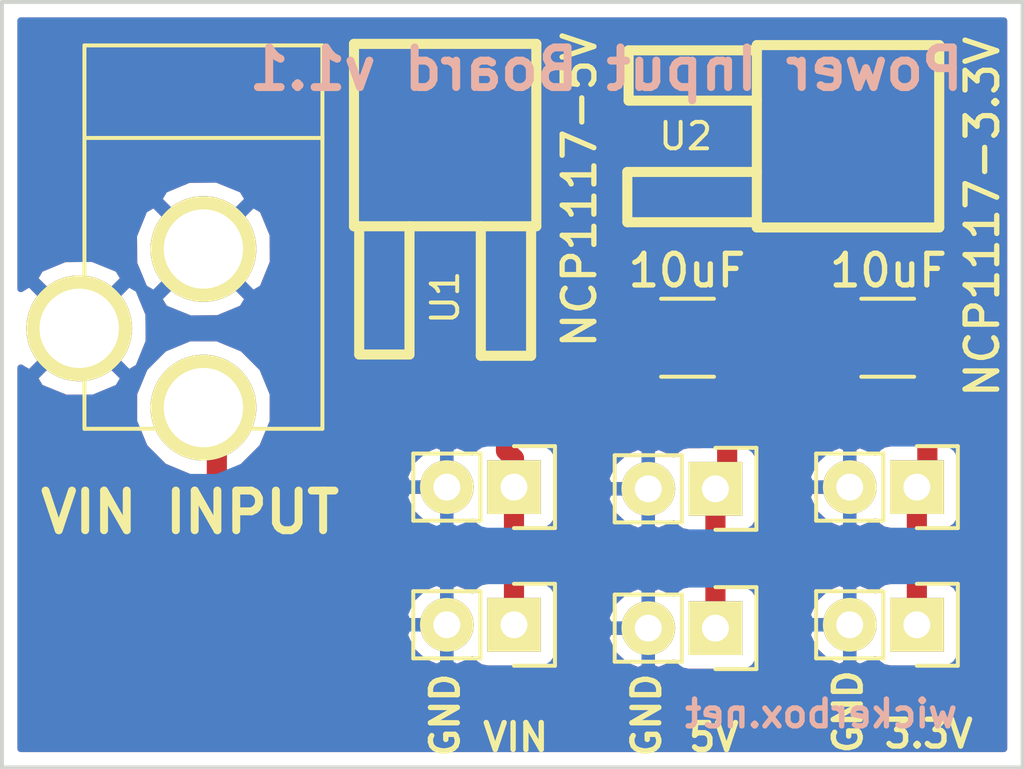
<source format=kicad_pcb>
(kicad_pcb (version 4) (host pcbnew 4.0.1-3.201512221402+6198~38~ubuntu14.04.1-stable)

  (general
    (links 25)
    (no_connects 11)
    (area 107.620999 83.236999 195.910202 129.870202)
    (thickness 1.6)
    (drawings 17)
    (tracks 26)
    (zones 0)
    (modules 11)
    (nets 5)
  )

  (page A4)
  (title_block
    (title "Input Power Board (Surface Mount)")
    (date 2016-07-30)
    (rev v1.1)
    (company "Released under the CERN Open Hardware License v1.2")
    (comment 1 "wickerboxen@gmail.com - http://wickerbox.net")
    (comment 2 "Designed by Jenner Hanni at Wickerbox Electronics")
  )

  (layers
    (0 F.Cu signal)
    (31 B.Cu signal)
    (34 B.Paste user)
    (35 F.Paste user)
    (36 B.SilkS user)
    (37 F.SilkS user)
    (38 B.Mask user)
    (39 F.Mask user)
    (44 Edge.Cuts user)
    (46 B.CrtYd user)
    (47 F.CrtYd user)
    (48 B.Fab user)
    (49 F.Fab user)
  )

  (setup
    (last_trace_width 0.762)
    (user_trace_width 0.1524)
    (user_trace_width 0.254)
    (user_trace_width 0.3302)
    (user_trace_width 0.508)
    (user_trace_width 0.762)
    (trace_clearance 0.254)
    (zone_clearance 0.508)
    (zone_45_only no)
    (trace_min 0.1524)
    (segment_width 0.2)
    (edge_width 0.15)
    (via_size 0.6858)
    (via_drill 0.3302)
    (via_min_size 0.6858)
    (via_min_drill 0.3302)
    (user_via 0.6858 0.3302)
    (user_via 0.762 0.4064)
    (user_via 0.8636 0.508)
    (uvia_size 0.762)
    (uvia_drill 0.508)
    (uvias_allowed no)
    (uvia_min_size 0)
    (uvia_min_drill 0)
    (pcb_text_width 0.3)
    (pcb_text_size 1.5 1.5)
    (mod_edge_width 0.15)
    (mod_text_size 1 1)
    (mod_text_width 0.15)
    (pad_size 3.5052 3.5052)
    (pad_drill 2.9972)
    (pad_to_mask_clearance 0.0762)
    (solder_mask_min_width 0.0762)
    (aux_axis_origin 0 0)
    (grid_origin 148.844 105.664)
    (visible_elements FFFEDF7D)
    (pcbplotparams
      (layerselection 0x3d0fc_80000001)
      (usegerberextensions true)
      (excludeedgelayer true)
      (linewidth 0.100000)
      (plotframeref false)
      (viasonmask false)
      (mode 1)
      (useauxorigin false)
      (hpglpennumber 1)
      (hpglpenspeed 20)
      (hpglpendiameter 15)
      (hpglpenoverlay 2)
      (psnegative false)
      (psa4output false)
      (plotreference true)
      (plotvalue true)
      (plotinvisibletext false)
      (padsonsilk false)
      (subtractmaskfromsilk false)
      (outputformat 1)
      (mirror false)
      (drillshape 0)
      (scaleselection 1)
      (outputdirectory gerbers))
  )

  (net 0 "")
  (net 1 GND)
  (net 2 +5V)
  (net 3 +3V3)
  (net 4 VIN)

  (net_class Default "This is the default net class."
    (clearance 0.254)
    (trace_width 0.1524)
    (via_dia 0.6858)
    (via_drill 0.3302)
    (uvia_dia 0.762)
    (uvia_drill 0.508)
    (add_net +3V3)
    (add_net +5V)
    (add_net GND)
    (add_net VIN)
  )

  (net_class Power ""
    (clearance 0.3302)
    (trace_width 0.508)
    (via_dia 0.762)
    (via_drill 0.4064)
    (uvia_dia 0.762)
    (uvia_drill 0.508)
  )

  (module Wickerlib:CONN-BARREL-JACK-2.5x5.5MM-TH (layer F.Cu) (tedit 579D6489) (tstamp 579D62C9)
    (at 115.316 92.456 270)
    (descr "DC Barrel Jack")
    (tags "Power Jack")
    (path /57315B33)
    (fp_text reference J5 (at 0 0 270) (layer F.Fab)
      (effects (font (size 1 1) (thickness 0.15)))
    )
    (fp_text value BARREL_JACK (at 0 -2.75 270) (layer F.Fab) hide
      (effects (font (size 1 1) (thickness 0.15)))
    )
    (fp_line (start -7.75 7) (end 8.5 7) (layer F.CrtYd) (width 0.05))
    (fp_line (start -7.75 -4.75) (end -7.75 7) (layer F.CrtYd) (width 0.05))
    (fp_line (start 8.5 -4.75) (end -7.75 -4.75) (layer F.CrtYd) (width 0.05))
    (fp_line (start 8.5 7) (end 8.5 -4.75) (layer F.CrtYd) (width 0.05))
    (fp_circle (center 3 4.75) (end 4.5 6) (layer F.Fab) (width 0.05))
    (fp_circle (center 0 0) (end 1.25 1.5) (layer F.Fab) (width 0.05))
    (fp_circle (center 6.25 0) (end 7 1.75) (layer F.Fab) (width 0.05))
    (fp_circle (center 6.25 0) (end 6.5 0.25) (layer F.Fab) (width 0.4))
    (fp_line (start 8.5 -4.5) (end 7 -4.5) (layer F.Fab) (width 0.05))
    (fp_line (start 8.5 7) (end 8.5 -4.5) (layer F.Fab) (width 0.05))
    (fp_line (start -7.5 7) (end 8.5 7) (layer F.Fab) (width 0.05))
    (fp_line (start -7.5 4.5) (end -7.5 7) (layer F.Fab) (width 0.05))
    (fp_line (start -7.5 -4.5) (end -7.5 4.5) (layer F.Fab) (width 0.05))
    (fp_line (start 7 -4.5) (end -7.5 -4.5) (layer F.Fab) (width 0.05))
    (fp_text user %R (at -3.05054 5.7912 270) (layer F.SilkS) hide
      (effects (font (size 1 1) (thickness 0.15)))
    )
    (fp_line (start -4.0005 -4.50088) (end -4.0005 4.50088) (layer F.SilkS) (width 0.15))
    (fp_line (start -7.50062 -4.50088) (end -7.50062 4.50088) (layer F.SilkS) (width 0.15))
    (fp_line (start -7.50062 4.50088) (end 7.00024 4.50088) (layer F.SilkS) (width 0.15))
    (fp_line (start 7.00024 4.50088) (end 7.00024 -4.50088) (layer F.SilkS) (width 0.15))
    (fp_line (start 7.00024 -4.50088) (end -7.50062 -4.50088) (layer F.SilkS) (width 0.15))
    (pad 1 thru_hole circle (at 6.20014 0 270) (size 4 4) (drill 2.99974) (layers *.Cu *.Mask F.SilkS)
      (net 4 VIN))
    (pad 2 thru_hole circle (at 0.20066 0 270) (size 4 4) (drill 2.99974) (layers *.Cu *.Mask F.SilkS)
      (net 1 GND))
    (pad 3 thru_hole circle (at 3.2004 4.699 270) (size 4 4) (drill 2.99974) (layers *.Cu *.Mask F.SilkS)
      (net 1 GND))
  )

  (module Wickerlib:RLC-1210-SMD (layer F.Cu) (tedit 579D649A) (tstamp 579D6811)
    (at 133.628 96.012 180)
    (descr "Capacitor SMD RLC-1210-SMD, reflow soldering, AVX (see smccp.pdf)")
    (tags "capacitor RLC-1210-SMD")
    (path /579D70CE)
    (attr smd)
    (fp_text reference C1 (at 0 0 180) (layer F.Fab)
      (effects (font (size 1 1) (thickness 0.15)))
    )
    (fp_text value 10uF (at 0 2.7 180) (layer F.Fab) hide
      (effects (font (size 1 1) (thickness 0.15)))
    )
    (fp_text user %R (at 0 2.794 180) (layer F.SilkS) hide
      (effects (font (size 1 1) (thickness 0.15)))
    )
    (fp_line (start -2.3 -1.6) (end 2.3 -1.6) (layer F.CrtYd) (width 0.05))
    (fp_line (start -2.3 1.6) (end 2.3 1.6) (layer F.CrtYd) (width 0.05))
    (fp_line (start -2.3 -1.6) (end -2.3 1.6) (layer F.CrtYd) (width 0.05))
    (fp_line (start 2.3 -1.6) (end 2.3 1.6) (layer F.CrtYd) (width 0.05))
    (fp_line (start 1 -1.475) (end -1 -1.475) (layer F.SilkS) (width 0.15))
    (fp_line (start -1 1.475) (end 1 1.475) (layer F.SilkS) (width 0.15))
    (fp_line (start -2.3 -1.6) (end -2.3 1.6) (layer F.Fab) (width 0.05))
    (fp_line (start -2.3 -1.6) (end 2.3 -1.6) (layer F.Fab) (width 0.05))
    (fp_line (start 2.3 -1.6) (end 2.3 1.6) (layer F.Fab) (width 0.05))
    (fp_line (start -2.3 1.6) (end 2.3 1.6) (layer F.Fab) (width 0.05))
    (pad 1 smd rect (at -1.5 0 180) (size 1 2.5) (layers F.Cu F.Paste F.Mask)
      (net 2 +5V))
    (pad 2 smd rect (at 1.5 0 180) (size 1 2.5) (layers F.Cu F.Paste F.Mask)
      (net 1 GND))
  )

  (module Wickerlib:CONN-ONSHORE-SCREW-GREEN-2PIN-TH (layer F.Cu) (tedit 579D5B2C) (tstamp 5743BF08)
    (at 134.6835 101.727 270)
    (descr "Through hole pin header")
    (tags "pin header")
    (path /5743C4F0)
    (fp_text reference J3A1 (at 0 1.27 270) (layer F.Fab)
      (effects (font (size 1 1) (thickness 0.15)))
    )
    (fp_text value SCREW (at -2.286 1.27 360) (layer F.Fab) hide
      (effects (font (size 1 1) (thickness 0.15)))
    )
    (fp_text user %R (at 1.778 -2.54 270) (layer F.SilkS) hide
      (effects (font (size 1 1) (thickness 0.15)))
    )
    (fp_line (start 1.27 1.27) (end 1.27 3.81) (layer F.SilkS) (width 0.15))
    (fp_line (start 1.55 -1.55) (end 1.55 0) (layer F.SilkS) (width 0.15))
    (fp_line (start -3.3 -1.75) (end -3.3 4.3) (layer F.CrtYd) (width 0.05))
    (fp_line (start 3.3 -1.75) (end 3.3 4.3) (layer F.CrtYd) (width 0.05))
    (fp_line (start -3.3 -1.75) (end 3.3 -1.74244) (layer F.CrtYd) (width 0.05))
    (fp_line (start -3.3 4.3) (end 3.3 4.3) (layer F.CrtYd) (width 0.05))
    (fp_line (start 1.27 1.27) (end -1.27 1.27) (layer F.SilkS) (width 0.15))
    (fp_line (start -1.55 0) (end -1.55 -1.55) (layer F.SilkS) (width 0.15))
    (fp_line (start -1.55 -1.55) (end 1.55 -1.55) (layer F.SilkS) (width 0.15))
    (fp_line (start -1.27 1.27) (end -1.27 3.81) (layer F.SilkS) (width 0.15))
    (fp_line (start -1.27 3.81) (end 1.27 3.81) (layer F.SilkS) (width 0.15))
    (fp_line (start -3.3 -1.75) (end 3.3 -1.74244) (layer F.Fab) (width 0.05))
    (fp_line (start -3.3 -1.75) (end -3.3 4.3) (layer F.Fab) (width 0.05))
    (fp_line (start 3.3 -1.75) (end 3.3 4.3) (layer F.Fab) (width 0.05))
    (fp_line (start -3.3 4.3) (end 3.3 4.3) (layer F.Fab) (width 0.05))
    (pad 1 thru_hole rect (at 0 0 270) (size 2.032 2.032) (drill 1.016) (layers *.Cu *.Mask F.SilkS)
      (net 2 +5V))
    (pad 2 thru_hole oval (at 0 2.54 270) (size 2.032 2.032) (drill 1.016) (layers *.Cu *.Mask F.SilkS)
      (net 1 GND))
  )

  (module Wickerlib:CONN-HEADER-STRAIGHT-P2.54MM-1x02 (layer F.Cu) (tedit 579D5F61) (tstamp 5731472E)
    (at 134.6835 106.9975 270)
    (descr "Through hole pin header")
    (tags "pin header")
    (path /5743BEAE)
    (fp_text reference J3 (at 0 1.25 360) (layer F.Fab)
      (effects (font (size 1 1) (thickness 0.15)))
    )
    (fp_text value HEADER (at 0 -3.1 270) (layer F.Fab) hide
      (effects (font (size 1 1) (thickness 0.15)))
    )
    (fp_line (start 1.75 4.25) (end 1.75 -1.75) (layer F.Fab) (width 0.05))
    (fp_line (start 1.75 4.25) (end -1.75 4.25) (layer F.Fab) (width 0.05))
    (fp_line (start -1.75 -1.75) (end -1.75 4.25) (layer F.Fab) (width 0.05))
    (fp_line (start 1.75 -1.75) (end -1.75 -1.75) (layer F.Fab) (width 0.05))
    (fp_text user %R (at 0 5.334 270) (layer F.SilkS) hide
      (effects (font (size 1 1) (thickness 0.15)))
    )
    (fp_circle (center 0 0) (end 0.15 0.25) (layer F.Fab) (width 0.4))
    (fp_line (start 1.27 1.27) (end 1.27 3.81) (layer F.SilkS) (width 0.15))
    (fp_line (start 1.55 -1.55) (end 1.55 0) (layer F.SilkS) (width 0.15))
    (fp_line (start -1.75 -1.75) (end -1.75 4.3) (layer F.CrtYd) (width 0.05))
    (fp_line (start 1.75 -1.75) (end 1.75 4.3) (layer F.CrtYd) (width 0.05))
    (fp_line (start -1.75 -1.75) (end 1.75 -1.75) (layer F.CrtYd) (width 0.05))
    (fp_line (start -1.75 4.3) (end 1.75 4.3) (layer F.CrtYd) (width 0.05))
    (fp_line (start 1.27 1.27) (end -1.27 1.27) (layer F.SilkS) (width 0.15))
    (fp_line (start -1.55 0) (end -1.55 -1.55) (layer F.SilkS) (width 0.15))
    (fp_line (start -1.55 -1.55) (end 1.55 -1.55) (layer F.SilkS) (width 0.15))
    (fp_line (start -1.27 1.27) (end -1.27 3.81) (layer F.SilkS) (width 0.15))
    (fp_line (start -1.27 3.81) (end 1.27 3.81) (layer F.SilkS) (width 0.15))
    (pad 1 thru_hole rect (at 0 0 270) (size 2.032 2.032) (drill 1.016) (layers *.Cu *.Mask F.SilkS)
      (net 2 +5V))
    (pad 2 thru_hole oval (at 0 2.54 270) (size 2.032 2.032) (drill 1.016) (layers *.Cu *.Mask F.SilkS)
      (net 1 GND))
  )

  (module Wickerlib:CONN-ONSHORE-SCREW-GREEN-2PIN-TH (layer F.Cu) (tedit 579D5B2F) (tstamp 5743BF0E)
    (at 142.3035 101.6635 270)
    (descr "Through hole pin header")
    (tags "pin header")
    (path /5743C67C)
    (fp_text reference J4A1 (at 0 1.27 270) (layer F.Fab)
      (effects (font (size 1 1) (thickness 0.15)))
    )
    (fp_text value SCREW (at -2.286 1.27 360) (layer F.Fab) hide
      (effects (font (size 1 1) (thickness 0.15)))
    )
    (fp_text user %R (at 1.778 -2.54 270) (layer F.SilkS) hide
      (effects (font (size 1 1) (thickness 0.15)))
    )
    (fp_line (start 1.27 1.27) (end 1.27 3.81) (layer F.SilkS) (width 0.15))
    (fp_line (start 1.55 -1.55) (end 1.55 0) (layer F.SilkS) (width 0.15))
    (fp_line (start -3.3 -1.75) (end -3.3 4.3) (layer F.CrtYd) (width 0.05))
    (fp_line (start 3.3 -1.75) (end 3.3 4.3) (layer F.CrtYd) (width 0.05))
    (fp_line (start -3.3 -1.75) (end 3.3 -1.74244) (layer F.CrtYd) (width 0.05))
    (fp_line (start -3.3 4.3) (end 3.3 4.3) (layer F.CrtYd) (width 0.05))
    (fp_line (start 1.27 1.27) (end -1.27 1.27) (layer F.SilkS) (width 0.15))
    (fp_line (start -1.55 0) (end -1.55 -1.55) (layer F.SilkS) (width 0.15))
    (fp_line (start -1.55 -1.55) (end 1.55 -1.55) (layer F.SilkS) (width 0.15))
    (fp_line (start -1.27 1.27) (end -1.27 3.81) (layer F.SilkS) (width 0.15))
    (fp_line (start -1.27 3.81) (end 1.27 3.81) (layer F.SilkS) (width 0.15))
    (fp_line (start -3.3 -1.75) (end 3.3 -1.74244) (layer F.Fab) (width 0.05))
    (fp_line (start -3.3 -1.75) (end -3.3 4.3) (layer F.Fab) (width 0.05))
    (fp_line (start 3.3 -1.75) (end 3.3 4.3) (layer F.Fab) (width 0.05))
    (fp_line (start -3.3 4.3) (end 3.3 4.3) (layer F.Fab) (width 0.05))
    (pad 1 thru_hole rect (at 0 0 270) (size 2.032 2.032) (drill 1.016) (layers *.Cu *.Mask F.SilkS)
      (net 3 +3V3))
    (pad 2 thru_hole oval (at 0 2.54 270) (size 2.032 2.032) (drill 1.016) (layers *.Cu *.Mask F.SilkS)
      (net 1 GND))
  )

  (module Wickerlib:CONN-ONSHORE-SCREW-GREEN-2PIN-TH (layer F.Cu) (tedit 579D5B2A) (tstamp 5743BF02)
    (at 127.0635 101.6635 270)
    (descr "Through hole pin header")
    (tags "pin header")
    (path /5743BFDF)
    (fp_text reference J2A1 (at 0 1.27 270) (layer F.Fab)
      (effects (font (size 1 1) (thickness 0.15)))
    )
    (fp_text value SCREW (at -2.286 1.27 360) (layer F.Fab) hide
      (effects (font (size 1 1) (thickness 0.15)))
    )
    (fp_text user %R (at 1.778 -2.54 270) (layer F.SilkS) hide
      (effects (font (size 1 1) (thickness 0.15)))
    )
    (fp_line (start 1.27 1.27) (end 1.27 3.81) (layer F.SilkS) (width 0.15))
    (fp_line (start 1.55 -1.55) (end 1.55 0) (layer F.SilkS) (width 0.15))
    (fp_line (start -3.3 -1.75) (end -3.3 4.3) (layer F.CrtYd) (width 0.05))
    (fp_line (start 3.3 -1.75) (end 3.3 4.3) (layer F.CrtYd) (width 0.05))
    (fp_line (start -3.3 -1.75) (end 3.3 -1.74244) (layer F.CrtYd) (width 0.05))
    (fp_line (start -3.3 4.3) (end 3.3 4.3) (layer F.CrtYd) (width 0.05))
    (fp_line (start 1.27 1.27) (end -1.27 1.27) (layer F.SilkS) (width 0.15))
    (fp_line (start -1.55 0) (end -1.55 -1.55) (layer F.SilkS) (width 0.15))
    (fp_line (start -1.55 -1.55) (end 1.55 -1.55) (layer F.SilkS) (width 0.15))
    (fp_line (start -1.27 1.27) (end -1.27 3.81) (layer F.SilkS) (width 0.15))
    (fp_line (start -1.27 3.81) (end 1.27 3.81) (layer F.SilkS) (width 0.15))
    (fp_line (start -3.3 -1.75) (end 3.3 -1.74244) (layer F.Fab) (width 0.05))
    (fp_line (start -3.3 -1.75) (end -3.3 4.3) (layer F.Fab) (width 0.05))
    (fp_line (start 3.3 -1.75) (end 3.3 4.3) (layer F.Fab) (width 0.05))
    (fp_line (start -3.3 4.3) (end 3.3 4.3) (layer F.Fab) (width 0.05))
    (pad 1 thru_hole rect (at 0 0 270) (size 2.032 2.032) (drill 1.016) (layers *.Cu *.Mask F.SilkS)
      (net 4 VIN))
    (pad 2 thru_hole oval (at 0 2.54 270) (size 2.032 2.032) (drill 1.016) (layers *.Cu *.Mask F.SilkS)
      (net 1 GND))
  )

  (module Wickerlib:CONN-HEADER-STRAIGHT-P2.54MM-1x02 (layer F.Cu) (tedit 579D5F5F) (tstamp 57314734)
    (at 142.3035 106.8705 270)
    (descr "Through hole pin header")
    (tags "pin header")
    (path /5743BF31)
    (fp_text reference J4 (at 0 1.25 360) (layer F.Fab)
      (effects (font (size 1 1) (thickness 0.15)))
    )
    (fp_text value HEADER (at 0 -3.1 270) (layer F.Fab) hide
      (effects (font (size 1 1) (thickness 0.15)))
    )
    (fp_line (start 1.75 4.25) (end 1.75 -1.75) (layer F.Fab) (width 0.05))
    (fp_line (start 1.75 4.25) (end -1.75 4.25) (layer F.Fab) (width 0.05))
    (fp_line (start -1.75 -1.75) (end -1.75 4.25) (layer F.Fab) (width 0.05))
    (fp_line (start 1.75 -1.75) (end -1.75 -1.75) (layer F.Fab) (width 0.05))
    (fp_text user %R (at 0 5.334 270) (layer F.SilkS) hide
      (effects (font (size 1 1) (thickness 0.15)))
    )
    (fp_circle (center 0 0) (end 0.15 0.25) (layer F.Fab) (width 0.4))
    (fp_line (start 1.27 1.27) (end 1.27 3.81) (layer F.SilkS) (width 0.15))
    (fp_line (start 1.55 -1.55) (end 1.55 0) (layer F.SilkS) (width 0.15))
    (fp_line (start -1.75 -1.75) (end -1.75 4.3) (layer F.CrtYd) (width 0.05))
    (fp_line (start 1.75 -1.75) (end 1.75 4.3) (layer F.CrtYd) (width 0.05))
    (fp_line (start -1.75 -1.75) (end 1.75 -1.75) (layer F.CrtYd) (width 0.05))
    (fp_line (start -1.75 4.3) (end 1.75 4.3) (layer F.CrtYd) (width 0.05))
    (fp_line (start 1.27 1.27) (end -1.27 1.27) (layer F.SilkS) (width 0.15))
    (fp_line (start -1.55 0) (end -1.55 -1.55) (layer F.SilkS) (width 0.15))
    (fp_line (start -1.55 -1.55) (end 1.55 -1.55) (layer F.SilkS) (width 0.15))
    (fp_line (start -1.27 1.27) (end -1.27 3.81) (layer F.SilkS) (width 0.15))
    (fp_line (start -1.27 3.81) (end 1.27 3.81) (layer F.SilkS) (width 0.15))
    (pad 1 thru_hole rect (at 0 0 270) (size 2.032 2.032) (drill 1.016) (layers *.Cu *.Mask F.SilkS)
      (net 3 +3V3))
    (pad 2 thru_hole oval (at 0 2.54 270) (size 2.032 2.032) (drill 1.016) (layers *.Cu *.Mask F.SilkS)
      (net 1 GND))
  )

  (module Wickerlib:CONN-HEADER-STRAIGHT-P2.54MM-1x02 (layer F.Cu) (tedit 579D5F64) (tstamp 57314728)
    (at 127.0635 106.8705 270)
    (descr "Through hole pin header")
    (tags "pin header")
    (path /5743BE24)
    (fp_text reference J2 (at 0 1.25 360) (layer F.Fab)
      (effects (font (size 1 1) (thickness 0.15)))
    )
    (fp_text value HEADER (at 0 -3.1 270) (layer F.Fab) hide
      (effects (font (size 1 1) (thickness 0.15)))
    )
    (fp_line (start 1.75 4.25) (end 1.75 -1.75) (layer F.Fab) (width 0.05))
    (fp_line (start 1.75 4.25) (end -1.75 4.25) (layer F.Fab) (width 0.05))
    (fp_line (start -1.75 -1.75) (end -1.75 4.25) (layer F.Fab) (width 0.05))
    (fp_line (start 1.75 -1.75) (end -1.75 -1.75) (layer F.Fab) (width 0.05))
    (fp_text user %R (at 0 5.334 270) (layer F.SilkS) hide
      (effects (font (size 1 1) (thickness 0.15)))
    )
    (fp_circle (center 0 0) (end 0.15 0.25) (layer F.Fab) (width 0.4))
    (fp_line (start 1.27 1.27) (end 1.27 3.81) (layer F.SilkS) (width 0.15))
    (fp_line (start 1.55 -1.55) (end 1.55 0) (layer F.SilkS) (width 0.15))
    (fp_line (start -1.75 -1.75) (end -1.75 4.3) (layer F.CrtYd) (width 0.05))
    (fp_line (start 1.75 -1.75) (end 1.75 4.3) (layer F.CrtYd) (width 0.05))
    (fp_line (start -1.75 -1.75) (end 1.75 -1.75) (layer F.CrtYd) (width 0.05))
    (fp_line (start -1.75 4.3) (end 1.75 4.3) (layer F.CrtYd) (width 0.05))
    (fp_line (start 1.27 1.27) (end -1.27 1.27) (layer F.SilkS) (width 0.15))
    (fp_line (start -1.55 0) (end -1.55 -1.55) (layer F.SilkS) (width 0.15))
    (fp_line (start -1.55 -1.55) (end 1.55 -1.55) (layer F.SilkS) (width 0.15))
    (fp_line (start -1.27 1.27) (end -1.27 3.81) (layer F.SilkS) (width 0.15))
    (fp_line (start -1.27 3.81) (end 1.27 3.81) (layer F.SilkS) (width 0.15))
    (pad 1 thru_hole rect (at 0 0 270) (size 2.032 2.032) (drill 1.016) (layers *.Cu *.Mask F.SilkS)
      (net 4 VIN))
    (pad 2 thru_hole oval (at 0 2.54 270) (size 2.032 2.032) (drill 1.016) (layers *.Cu *.Mask F.SilkS)
      (net 1 GND))
  )

  (module Wickerlib:DPAK (layer F.Cu) (tedit 5790340A) (tstamp 579D61EC)
    (at 124.46 94.996)
    (descr "MOS boitier DPACK G-D-S")
    (tags "CMD DPACK")
    (path /579D633D)
    (attr smd)
    (fp_text reference U1 (at 0.0508 -6.858 180) (layer F.Fab)
      (effects (font (size 1.016 1.016) (thickness 0.1778)))
    )
    (fp_text value NCP1117-5V (at 0 -4.39928) (layer F.Fab) hide
      (effects (font (size 0.4 0.4) (thickness 0.07493)))
    )
    (fp_text user %R (at 0 -0.508 90) (layer F.SilkS)
      (effects (font (size 1 1) (thickness 0.15)))
    )
    (fp_line (start -4.064 -10.668) (end 4.064 -10.668) (layer F.CrtYd) (width 0.05))
    (fp_line (start -4.064 2.032) (end -4.064 -10.668) (layer F.CrtYd) (width 0.05))
    (fp_line (start 4.064 2.032) (end -4.064 2.032) (layer F.CrtYd) (width 0.05))
    (fp_line (start 4.064 -10.668) (end 4.064 2.032) (layer F.CrtYd) (width 0.05))
    (fp_line (start -4.064 -10.668) (end 4.064 -10.668) (layer F.Fab) (width 0.05))
    (fp_line (start -4.064 2.032) (end -4.064 -10.668) (layer F.Fab) (width 0.05))
    (fp_line (start -3.81 2.032) (end -4.064 2.032) (layer F.Fab) (width 0.05))
    (fp_line (start 4.064 2.032) (end -3.81 2.032) (layer F.Fab) (width 0.05))
    (fp_line (start 4.064 -10.668) (end 4.064 2.032) (layer F.Fab) (width 0.05))
    (fp_line (start 1.34874 1.69926) (end 1.34874 -3.2004) (layer F.SilkS) (width 0.381))
    (fp_line (start 1.34874 1.69926) (end 3.2512 1.69926) (layer F.SilkS) (width 0.381))
    (fp_line (start 3.2512 1.69926) (end 3.2512 -3.2004) (layer F.SilkS) (width 0.381))
    (fp_line (start -3.2512 1.651) (end -3.2512 -3.2004) (layer F.SilkS) (width 0.381))
    (fp_line (start -3.2512 1.651) (end -1.34874 1.651) (layer F.SilkS) (width 0.381))
    (fp_line (start -1.34874 1.651) (end -1.34874 -3.2004) (layer F.SilkS) (width 0.381))
    (fp_line (start -3.44932 -10.09904) (end 3.44932 -10.09904) (layer F.SilkS) (width 0.381))
    (fp_line (start 3.44932 -10.09904) (end 3.44932 -3.2004) (layer F.SilkS) (width 0.381))
    (fp_line (start 3.44932 -3.2004) (end -3.44932 -3.2004) (layer F.SilkS) (width 0.381))
    (fp_line (start -3.44932 -3.2004) (end -3.44932 -10.09904) (layer F.SilkS) (width 0.381))
    (pad 1 smd rect (at -2.30124 0) (size 1.651 3.048) (layers F.Cu F.Paste F.Mask)
      (net 1 GND))
    (pad 2 smd rect (at 0 -6.64972) (size 6.70052 6.70052) (layers F.Cu F.Paste F.Mask)
      (net 2 +5V))
    (pad 3 smd rect (at 2.30124 0) (size 1.651 3.048) (layers F.Cu F.Paste F.Mask)
      (net 4 VIN))
  )

  (module Wickerlib:DPAK (layer F.Cu) (tedit 5790340A) (tstamp 579D61F3)
    (at 133.05028 88.392 270)
    (descr "MOS boitier DPACK G-D-S")
    (tags "CMD DPACK")
    (path /579D66D4)
    (attr smd)
    (fp_text reference U2 (at 0.0508 -6.858 450) (layer F.Fab)
      (effects (font (size 1.016 1.016) (thickness 0.1778)))
    )
    (fp_text value NCP1117-3.3V (at 0 -4.39928 270) (layer F.Fab) hide
      (effects (font (size 0.4 0.4) (thickness 0.07493)))
    )
    (fp_text user %R (at 0 -0.508 360) (layer F.SilkS)
      (effects (font (size 1 1) (thickness 0.15)))
    )
    (fp_line (start -4.064 -10.668) (end 4.064 -10.668) (layer F.CrtYd) (width 0.05))
    (fp_line (start -4.064 2.032) (end -4.064 -10.668) (layer F.CrtYd) (width 0.05))
    (fp_line (start 4.064 2.032) (end -4.064 2.032) (layer F.CrtYd) (width 0.05))
    (fp_line (start 4.064 -10.668) (end 4.064 2.032) (layer F.CrtYd) (width 0.05))
    (fp_line (start -4.064 -10.668) (end 4.064 -10.668) (layer F.Fab) (width 0.05))
    (fp_line (start -4.064 2.032) (end -4.064 -10.668) (layer F.Fab) (width 0.05))
    (fp_line (start -3.81 2.032) (end -4.064 2.032) (layer F.Fab) (width 0.05))
    (fp_line (start 4.064 2.032) (end -3.81 2.032) (layer F.Fab) (width 0.05))
    (fp_line (start 4.064 -10.668) (end 4.064 2.032) (layer F.Fab) (width 0.05))
    (fp_line (start 1.34874 1.69926) (end 1.34874 -3.2004) (layer F.SilkS) (width 0.381))
    (fp_line (start 1.34874 1.69926) (end 3.2512 1.69926) (layer F.SilkS) (width 0.381))
    (fp_line (start 3.2512 1.69926) (end 3.2512 -3.2004) (layer F.SilkS) (width 0.381))
    (fp_line (start -3.2512 1.651) (end -3.2512 -3.2004) (layer F.SilkS) (width 0.381))
    (fp_line (start -3.2512 1.651) (end -1.34874 1.651) (layer F.SilkS) (width 0.381))
    (fp_line (start -1.34874 1.651) (end -1.34874 -3.2004) (layer F.SilkS) (width 0.381))
    (fp_line (start -3.44932 -10.09904) (end 3.44932 -10.09904) (layer F.SilkS) (width 0.381))
    (fp_line (start 3.44932 -10.09904) (end 3.44932 -3.2004) (layer F.SilkS) (width 0.381))
    (fp_line (start 3.44932 -3.2004) (end -3.44932 -3.2004) (layer F.SilkS) (width 0.381))
    (fp_line (start -3.44932 -3.2004) (end -3.44932 -10.09904) (layer F.SilkS) (width 0.381))
    (pad 1 smd rect (at -2.30124 0 270) (size 1.651 3.048) (layers F.Cu F.Paste F.Mask)
      (net 1 GND))
    (pad 2 smd rect (at 0 -6.64972 270) (size 6.70052 6.70052) (layers F.Cu F.Paste F.Mask)
      (net 3 +3V3))
    (pad 3 smd rect (at 2.30124 0 270) (size 1.651 3.048) (layers F.Cu F.Paste F.Mask)
      (net 2 +5V))
  )

  (module Wickerlib:RLC-1210-SMD (layer F.Cu) (tedit 579D649D) (tstamp 579D6817)
    (at 141.2 96.012 180)
    (descr "Capacitor SMD RLC-1210-SMD, reflow soldering, AVX (see smccp.pdf)")
    (tags "capacitor RLC-1210-SMD")
    (path /579D6FED)
    (attr smd)
    (fp_text reference C2 (at 0 0 180) (layer F.Fab)
      (effects (font (size 1 1) (thickness 0.15)))
    )
    (fp_text value 10uF (at 0 2.7 180) (layer F.Fab) hide
      (effects (font (size 1 1) (thickness 0.15)))
    )
    (fp_text user %R (at 0 2.794 180) (layer F.SilkS) hide
      (effects (font (size 1 1) (thickness 0.15)))
    )
    (fp_line (start -2.3 -1.6) (end 2.3 -1.6) (layer F.CrtYd) (width 0.05))
    (fp_line (start -2.3 1.6) (end 2.3 1.6) (layer F.CrtYd) (width 0.05))
    (fp_line (start -2.3 -1.6) (end -2.3 1.6) (layer F.CrtYd) (width 0.05))
    (fp_line (start 2.3 -1.6) (end 2.3 1.6) (layer F.CrtYd) (width 0.05))
    (fp_line (start 1 -1.475) (end -1 -1.475) (layer F.SilkS) (width 0.15))
    (fp_line (start -1 1.475) (end 1 1.475) (layer F.SilkS) (width 0.15))
    (fp_line (start -2.3 -1.6) (end -2.3 1.6) (layer F.Fab) (width 0.05))
    (fp_line (start -2.3 -1.6) (end 2.3 -1.6) (layer F.Fab) (width 0.05))
    (fp_line (start 2.3 -1.6) (end 2.3 1.6) (layer F.Fab) (width 0.05))
    (fp_line (start -2.3 1.6) (end 2.3 1.6) (layer F.Fab) (width 0.05))
    (pad 1 smd rect (at -1.5 0 180) (size 1 2.5) (layers F.Cu F.Paste F.Mask)
      (net 3 +3V3))
    (pad 2 smd rect (at 1.5 0 180) (size 1 2.5) (layers F.Cu F.Paste F.Mask)
      (net 1 GND))
  )

  (gr_text NCP1117-5V (at 129.54 90.424 90) (layer F.SilkS) (tstamp 579D6A87)
    (effects (font (size 1.2 1.2) (thickness 0.2)))
  )
  (gr_text NCP1117-3.3V (at 144.78 91.44 90) (layer F.SilkS)
    (effects (font (size 1.2 1.2) (thickness 0.2)))
  )
  (gr_text 10uF (at 141.224 93.472) (layer F.SilkS) (tstamp 579D696D)
    (effects (font (size 1.2 1.2) (thickness 0.2)))
  )
  (gr_text 10uF (at 133.604 93.472) (layer F.SilkS)
    (effects (font (size 1.2 1.2) (thickness 0.2)))
  )
  (gr_text "VIN INPUT" (at 114.808 102.616 360) (layer F.SilkS)
    (effects (font (size 1.5 1.5) (thickness 0.3)))
  )
  (gr_line (start 146.304 112.268) (end 146.304 83.312) (layer Edge.Cuts) (width 0.15))
  (gr_line (start 107.696 112.268) (end 146.304 112.268) (layer Edge.Cuts) (width 0.15))
  (gr_line (start 107.696 83.312) (end 107.696 112.268) (layer Edge.Cuts) (width 0.15))
  (gr_line (start 146.304 83.312) (end 107.696 83.312) (layer Edge.Cuts) (width 0.15))
  (gr_text 5V (at 134.62 111.125) (layer F.SilkS) (tstamp 56EFB4E8)
    (effects (font (size 1.016 1.016) (thickness 0.2032)))
  )
  (gr_text GND (at 132.08 110.28801 90) (layer F.SilkS) (tstamp 56EFB4E4)
    (effects (font (size 1.016 1.016) (thickness 0.2032)))
  )
  (gr_text wickerbox.net (at 138.684 110.236 360) (layer B.SilkS) (tstamp 5743C812)
    (effects (font (size 1.016 1.016) (thickness 0.2032)) (justify mirror))
  )
  (gr_text "Power Input Board v1.1" (at 130.556 85.852) (layer B.SilkS)
    (effects (font (size 1.5 1.5) (thickness 0.3)) (justify mirror))
  )
  (gr_text GND (at 139.7 110.16101 90) (layer F.SilkS) (tstamp 56EFB4E5)
    (effects (font (size 1.016 1.016) (thickness 0.2032)))
  )
  (gr_text 3.3V (at 142.748 110.998) (layer F.SilkS) (tstamp 56EFB4E9)
    (effects (font (size 1.016 1.016) (thickness 0.2032)))
  )
  (gr_text VIN (at 127.127 111.125) (layer F.SilkS) (tstamp 56EFB454)
    (effects (font (size 1.016 1.016) (thickness 0.2032)))
  )
  (gr_text GND (at 124.46 110.28801 90) (layer F.SilkS) (tstamp 56EFB41B)
    (effects (font (size 1.016 1.016) (thickness 0.2032)))
  )

  (segment (start 195.58 96.52) (end 195.58 129.54) (width 0.1524) (layer Dwgs.User) (net 0))
  (segment (start 133.05028 90.69324) (end 126.80696 90.69324) (width 0.762) (layer F.Cu) (net 2))
  (segment (start 126.80696 90.69324) (end 124.46 88.34628) (width 0.762) (layer F.Cu) (net 2))
  (segment (start 134.6835 101.727) (end 134.6835 106.9975) (width 0.762) (layer F.Cu) (net 2))
  (segment (start 135.128 96.012) (end 135.128 101.2825) (width 0.762) (layer F.Cu) (net 2))
  (segment (start 135.128 101.2825) (end 134.6835 101.727) (width 0.762) (layer F.Cu) (net 2))
  (segment (start 134.6 93.472) (end 134.24154 93.472) (width 0.762) (layer F.Cu) (net 2))
  (segment (start 134.24154 93.472) (end 133.05028 92.28074) (width 0.762) (layer F.Cu) (net 2))
  (segment (start 133.05028 92.28074) (end 133.05028 90.69324) (width 0.762) (layer F.Cu) (net 2))
  (segment (start 135.128 96.012) (end 135.128 94) (width 0.762) (layer F.Cu) (net 2))
  (segment (start 135.128 94) (end 134.6 93.472) (width 0.762) (layer F.Cu) (net 2))
  (segment (start 142.7 96.012) (end 142.7 91.392) (width 0.762) (layer F.Cu) (net 3))
  (segment (start 142.7 91.392) (end 139.7 88.392) (width 0.762) (layer F.Cu) (net 3))
  (segment (start 142.7 96.012) (end 142.7 101.267) (width 0.762) (layer F.Cu) (net 3))
  (segment (start 142.7 101.267) (end 142.3035 101.6635) (width 0.762) (layer F.Cu) (net 3))
  (segment (start 142.3035 106.8705) (end 142.3035 101.6635) (width 0.762) (layer F.Cu) (net 3))
  (segment (start 127.0635 101.6635) (end 127.0635 100.584) (width 0.762) (layer F.Cu) (net 4))
  (segment (start 126.76124 94.996) (end 126.76124 100.28174) (width 0.762) (layer F.Cu) (net 4))
  (segment (start 126.76124 100.28174) (end 127.0635 100.584) (width 0.762) (layer F.Cu) (net 4))
  (segment (start 127.0635 103.4415) (end 127.0635 104.14) (width 0.762) (layer F.Cu) (net 4))
  (segment (start 127.0635 106.8705) (end 127.0635 104.14) (width 0.762) (layer F.Cu) (net 4))
  (segment (start 126.365 104.14) (end 127.0635 104.14) (width 0.762) (layer F.Cu) (net 4))
  (segment (start 118.479433 104.14) (end 126.365 104.14) (width 0.762) (layer F.Cu) (net 4))
  (segment (start 127.0635 103.4415) (end 127.0635 101.6635) (width 0.762) (layer F.Cu) (net 4))
  (segment (start 115.824 98.65614) (end 115.824 101.484567) (width 0.762) (layer F.Cu) (net 4))
  (segment (start 115.824 101.484567) (end 118.479433 104.14) (width 0.762) (layer F.Cu) (net 4))

  (zone (net 1) (net_name GND) (layer B.Cu) (tstamp 56EFB5CB) (hatch edge 0.508)
    (connect_pads (clearance 0.508))
    (min_thickness 0.254)
    (fill yes (arc_segments 16) (thermal_gap 0.508) (thermal_bridge_width 0.508))
    (polygon
      (pts
        (xy 146.05 83.312) (xy 146.05 112.268) (xy 107.696 112.268) (xy 107.696 83.312)
      )
    )
    (filled_polygon
      (pts
        (xy 145.594 111.558) (xy 108.406 111.558) (xy 108.406 107.253446) (xy 122.917517 107.253446) (xy 123.186312 107.838879)
        (xy 123.658682 108.276885) (xy 124.140556 108.476475) (xy 124.3965 108.357336) (xy 124.3965 106.9975) (xy 123.036133 106.9975)
        (xy 122.917517 107.253446) (xy 108.406 107.253446) (xy 108.406 106.487554) (xy 122.917517 106.487554) (xy 123.036133 106.7435)
        (xy 124.3965 106.7435) (xy 124.3965 105.383664) (xy 124.6505 105.383664) (xy 124.6505 106.7435) (xy 124.6705 106.7435)
        (xy 124.6705 106.9975) (xy 124.6505 106.9975) (xy 124.6505 108.357336) (xy 124.906444 108.476475) (xy 125.388318 108.276885)
        (xy 125.485898 108.186403) (xy 125.58341 108.337941) (xy 125.79561 108.482931) (xy 126.0475 108.53394) (xy 128.0795 108.53394)
        (xy 128.314817 108.489662) (xy 128.530941 108.35059) (xy 128.675931 108.13839) (xy 128.72694 107.8865) (xy 128.72694 107.380446)
        (xy 130.537517 107.380446) (xy 130.806312 107.965879) (xy 131.278682 108.403885) (xy 131.760556 108.603475) (xy 132.0165 108.484336)
        (xy 132.0165 107.1245) (xy 130.656133 107.1245) (xy 130.537517 107.380446) (xy 128.72694 107.380446) (xy 128.72694 106.614554)
        (xy 130.537517 106.614554) (xy 130.656133 106.8705) (xy 132.0165 106.8705) (xy 132.0165 105.510664) (xy 132.2705 105.510664)
        (xy 132.2705 106.8705) (xy 132.2905 106.8705) (xy 132.2905 107.1245) (xy 132.2705 107.1245) (xy 132.2705 108.484336)
        (xy 132.526444 108.603475) (xy 133.008318 108.403885) (xy 133.105898 108.313403) (xy 133.20341 108.464941) (xy 133.41561 108.609931)
        (xy 133.6675 108.66094) (xy 135.6995 108.66094) (xy 135.934817 108.616662) (xy 136.150941 108.47759) (xy 136.295931 108.26539)
        (xy 136.34694 108.0135) (xy 136.34694 107.253446) (xy 138.157517 107.253446) (xy 138.426312 107.838879) (xy 138.898682 108.276885)
        (xy 139.380556 108.476475) (xy 139.6365 108.357336) (xy 139.6365 106.9975) (xy 138.276133 106.9975) (xy 138.157517 107.253446)
        (xy 136.34694 107.253446) (xy 136.34694 106.487554) (xy 138.157517 106.487554) (xy 138.276133 106.7435) (xy 139.6365 106.7435)
        (xy 139.6365 105.383664) (xy 139.8905 105.383664) (xy 139.8905 106.7435) (xy 139.9105 106.7435) (xy 139.9105 106.9975)
        (xy 139.8905 106.9975) (xy 139.8905 108.357336) (xy 140.146444 108.476475) (xy 140.628318 108.276885) (xy 140.725898 108.186403)
        (xy 140.82341 108.337941) (xy 141.03561 108.482931) (xy 141.2875 108.53394) (xy 143.3195 108.53394) (xy 143.554817 108.489662)
        (xy 143.770941 108.35059) (xy 143.915931 108.13839) (xy 143.96694 107.8865) (xy 143.96694 105.8545) (xy 143.922662 105.619183)
        (xy 143.78359 105.403059) (xy 143.57139 105.258069) (xy 143.3195 105.20706) (xy 141.2875 105.20706) (xy 141.052183 105.251338)
        (xy 140.836059 105.39041) (xy 140.72466 105.553448) (xy 140.628318 105.464115) (xy 140.146444 105.264525) (xy 139.8905 105.383664)
        (xy 139.6365 105.383664) (xy 139.380556 105.264525) (xy 138.898682 105.464115) (xy 138.426312 105.902121) (xy 138.157517 106.487554)
        (xy 136.34694 106.487554) (xy 136.34694 105.9815) (xy 136.302662 105.746183) (xy 136.16359 105.530059) (xy 135.95139 105.385069)
        (xy 135.6995 105.33406) (xy 133.6675 105.33406) (xy 133.432183 105.378338) (xy 133.216059 105.51741) (xy 133.10466 105.680448)
        (xy 133.008318 105.591115) (xy 132.526444 105.391525) (xy 132.2705 105.510664) (xy 132.0165 105.510664) (xy 131.760556 105.391525)
        (xy 131.278682 105.591115) (xy 130.806312 106.029121) (xy 130.537517 106.614554) (xy 128.72694 106.614554) (xy 128.72694 105.8545)
        (xy 128.682662 105.619183) (xy 128.54359 105.403059) (xy 128.33139 105.258069) (xy 128.0795 105.20706) (xy 126.0475 105.20706)
        (xy 125.812183 105.251338) (xy 125.596059 105.39041) (xy 125.48466 105.553448) (xy 125.388318 105.464115) (xy 124.906444 105.264525)
        (xy 124.6505 105.383664) (xy 124.3965 105.383664) (xy 124.140556 105.264525) (xy 123.658682 105.464115) (xy 123.186312 105.902121)
        (xy 122.917517 106.487554) (xy 108.406 106.487554) (xy 108.406 102.046446) (xy 122.917517 102.046446) (xy 123.186312 102.631879)
        (xy 123.658682 103.069885) (xy 124.140556 103.269475) (xy 124.3965 103.150336) (xy 124.3965 101.7905) (xy 123.036133 101.7905)
        (xy 122.917517 102.046446) (xy 108.406 102.046446) (xy 108.406 99.177974) (xy 112.680543 99.177974) (xy 113.080853 100.146798)
        (xy 113.821443 100.888682) (xy 114.789567 101.290682) (xy 115.837834 101.291597) (xy 115.86456 101.280554) (xy 122.917517 101.280554)
        (xy 123.036133 101.5365) (xy 124.3965 101.5365) (xy 124.3965 100.176664) (xy 124.6505 100.176664) (xy 124.6505 101.5365)
        (xy 124.6705 101.5365) (xy 124.6705 101.7905) (xy 124.6505 101.7905) (xy 124.6505 103.150336) (xy 124.906444 103.269475)
        (xy 125.388318 103.069885) (xy 125.485898 102.979403) (xy 125.58341 103.130941) (xy 125.79561 103.275931) (xy 126.0475 103.32694)
        (xy 128.0795 103.32694) (xy 128.314817 103.282662) (xy 128.530941 103.14359) (xy 128.675931 102.93139) (xy 128.72694 102.6795)
        (xy 128.72694 102.109946) (xy 130.537517 102.109946) (xy 130.806312 102.695379) (xy 131.278682 103.133385) (xy 131.760556 103.332975)
        (xy 132.0165 103.213836) (xy 132.0165 101.854) (xy 130.656133 101.854) (xy 130.537517 102.109946) (xy 128.72694 102.109946)
        (xy 128.72694 101.344054) (xy 130.537517 101.344054) (xy 130.656133 101.6) (xy 132.0165 101.6) (xy 132.0165 100.240164)
        (xy 132.2705 100.240164) (xy 132.2705 101.6) (xy 132.2905 101.6) (xy 132.2905 101.854) (xy 132.2705 101.854)
        (xy 132.2705 103.213836) (xy 132.526444 103.332975) (xy 133.008318 103.133385) (xy 133.105898 103.042903) (xy 133.20341 103.194441)
        (xy 133.41561 103.339431) (xy 133.6675 103.39044) (xy 135.6995 103.39044) (xy 135.934817 103.346162) (xy 136.150941 103.20709)
        (xy 136.295931 102.99489) (xy 136.34694 102.743) (xy 136.34694 102.046446) (xy 138.157517 102.046446) (xy 138.426312 102.631879)
        (xy 138.898682 103.069885) (xy 139.380556 103.269475) (xy 139.6365 103.150336) (xy 139.6365 101.7905) (xy 138.276133 101.7905)
        (xy 138.157517 102.046446) (xy 136.34694 102.046446) (xy 136.34694 101.280554) (xy 138.157517 101.280554) (xy 138.276133 101.5365)
        (xy 139.6365 101.5365) (xy 139.6365 100.176664) (xy 139.8905 100.176664) (xy 139.8905 101.5365) (xy 139.9105 101.5365)
        (xy 139.9105 101.7905) (xy 139.8905 101.7905) (xy 139.8905 103.150336) (xy 140.146444 103.269475) (xy 140.628318 103.069885)
        (xy 140.725898 102.979403) (xy 140.82341 103.130941) (xy 141.03561 103.275931) (xy 141.2875 103.32694) (xy 143.3195 103.32694)
        (xy 143.554817 103.282662) (xy 143.770941 103.14359) (xy 143.915931 102.93139) (xy 143.96694 102.6795) (xy 143.96694 100.6475)
        (xy 143.922662 100.412183) (xy 143.78359 100.196059) (xy 143.57139 100.051069) (xy 143.3195 100.00006) (xy 141.2875 100.00006)
        (xy 141.052183 100.044338) (xy 140.836059 100.18341) (xy 140.72466 100.346448) (xy 140.628318 100.257115) (xy 140.146444 100.057525)
        (xy 139.8905 100.176664) (xy 139.6365 100.176664) (xy 139.380556 100.057525) (xy 138.898682 100.257115) (xy 138.426312 100.695121)
        (xy 138.157517 101.280554) (xy 136.34694 101.280554) (xy 136.34694 100.711) (xy 136.302662 100.475683) (xy 136.16359 100.259559)
        (xy 135.95139 100.114569) (xy 135.6995 100.06356) (xy 133.6675 100.06356) (xy 133.432183 100.107838) (xy 133.216059 100.24691)
        (xy 133.10466 100.409948) (xy 133.008318 100.320615) (xy 132.526444 100.121025) (xy 132.2705 100.240164) (xy 132.0165 100.240164)
        (xy 131.760556 100.121025) (xy 131.278682 100.320615) (xy 130.806312 100.758621) (xy 130.537517 101.344054) (xy 128.72694 101.344054)
        (xy 128.72694 100.6475) (xy 128.682662 100.412183) (xy 128.54359 100.196059) (xy 128.33139 100.051069) (xy 128.0795 100.00006)
        (xy 126.0475 100.00006) (xy 125.812183 100.044338) (xy 125.596059 100.18341) (xy 125.48466 100.346448) (xy 125.388318 100.257115)
        (xy 124.906444 100.057525) (xy 124.6505 100.176664) (xy 124.3965 100.176664) (xy 124.140556 100.057525) (xy 123.658682 100.257115)
        (xy 123.186312 100.695121) (xy 122.917517 101.280554) (xy 115.86456 101.280554) (xy 116.806658 100.891287) (xy 117.548542 100.150697)
        (xy 117.950542 99.182573) (xy 117.951457 98.134306) (xy 117.551147 97.165482) (xy 116.810557 96.423598) (xy 115.842433 96.021598)
        (xy 114.794166 96.020683) (xy 113.825342 96.420993) (xy 113.083458 97.161583) (xy 112.681458 98.129707) (xy 112.680543 99.177974)
        (xy 108.406 99.177974) (xy 108.406 97.531422) (xy 108.921584 97.531422) (xy 109.142353 97.902143) (xy 110.114012 98.295519)
        (xy 111.162247 98.287113) (xy 112.091647 97.902143) (xy 112.312416 97.531422) (xy 110.617 95.836005) (xy 108.921584 97.531422)
        (xy 108.406 97.531422) (xy 108.406 97.151737) (xy 108.741978 97.351816) (xy 110.437395 95.6564) (xy 110.796605 95.6564)
        (xy 112.492022 97.351816) (xy 112.862743 97.131047) (xy 113.256119 96.159388) (xy 113.247713 95.111153) (xy 113.007689 94.531682)
        (xy 113.620584 94.531682) (xy 113.841353 94.902403) (xy 114.813012 95.295779) (xy 115.861247 95.287373) (xy 116.790647 94.902403)
        (xy 117.011416 94.531682) (xy 115.316 92.836265) (xy 113.620584 94.531682) (xy 113.007689 94.531682) (xy 112.862743 94.181753)
        (xy 112.492022 93.960984) (xy 110.796605 95.6564) (xy 110.437395 95.6564) (xy 108.741978 93.960984) (xy 108.406 94.161063)
        (xy 108.406 93.781378) (xy 108.921584 93.781378) (xy 110.617 95.476795) (xy 112.312416 93.781378) (xy 112.091647 93.410657)
        (xy 111.119988 93.017281) (xy 110.071753 93.025687) (xy 109.142353 93.410657) (xy 108.921584 93.781378) (xy 108.406 93.781378)
        (xy 108.406 92.153672) (xy 112.676881 92.153672) (xy 112.685287 93.201907) (xy 113.070257 94.131307) (xy 113.440978 94.352076)
        (xy 115.136395 92.65666) (xy 115.495605 92.65666) (xy 117.191022 94.352076) (xy 117.561743 94.131307) (xy 117.955119 93.159648)
        (xy 117.946713 92.111413) (xy 117.561743 91.182013) (xy 117.191022 90.961244) (xy 115.495605 92.65666) (xy 115.136395 92.65666)
        (xy 113.440978 90.961244) (xy 113.070257 91.182013) (xy 112.676881 92.153672) (xy 108.406 92.153672) (xy 108.406 90.781638)
        (xy 113.620584 90.781638) (xy 115.316 92.477055) (xy 117.011416 90.781638) (xy 116.790647 90.410917) (xy 115.818988 90.017541)
        (xy 114.770753 90.025947) (xy 113.841353 90.410917) (xy 113.620584 90.781638) (xy 108.406 90.781638) (xy 108.406 84.022)
        (xy 145.594 84.022)
      )
    )
  )
  (zone (net 1) (net_name GND) (layer F.Cu) (tstamp 0) (hatch edge 0.508)
    (connect_pads (clearance 0.508))
    (min_thickness 0.254)
    (fill yes (arc_segments 16) (thermal_gap 0.508) (thermal_bridge_width 0.508))
    (polygon
      (pts
        (xy 146.05 83.312) (xy 146.05 112.268) (xy 107.696 112.268) (xy 107.696 83.312)
      )
    )
    (filled_polygon
      (pts
        (xy 145.594 111.558) (xy 108.406 111.558) (xy 108.406 107.253446) (xy 122.917517 107.253446) (xy 123.186312 107.838879)
        (xy 123.658682 108.276885) (xy 124.140556 108.476475) (xy 124.3965 108.357336) (xy 124.3965 106.9975) (xy 123.036133 106.9975)
        (xy 122.917517 107.253446) (xy 108.406 107.253446) (xy 108.406 106.487554) (xy 122.917517 106.487554) (xy 123.036133 106.7435)
        (xy 124.3965 106.7435) (xy 124.3965 105.383664) (xy 124.140556 105.264525) (xy 123.658682 105.464115) (xy 123.186312 105.902121)
        (xy 122.917517 106.487554) (xy 108.406 106.487554) (xy 108.406 99.177974) (xy 112.680543 99.177974) (xy 113.080853 100.146798)
        (xy 113.821443 100.888682) (xy 114.789567 101.290682) (xy 114.808 101.290698) (xy 114.808 101.484567) (xy 114.842062 101.655807)
        (xy 114.885338 101.873374) (xy 115.10558 102.202987) (xy 117.761012 104.85842) (xy 117.981254 105.005581) (xy 118.090627 105.078662)
        (xy 118.479433 105.156) (xy 126.0475 105.156) (xy 126.0475 105.20706) (xy 125.812183 105.251338) (xy 125.596059 105.39041)
        (xy 125.48466 105.553448) (xy 125.388318 105.464115) (xy 124.906444 105.264525) (xy 124.6505 105.383664) (xy 124.6505 106.7435)
        (xy 124.6705 106.7435) (xy 124.6705 106.9975) (xy 124.6505 106.9975) (xy 124.6505 108.357336) (xy 124.906444 108.476475)
        (xy 125.388318 108.276885) (xy 125.485898 108.186403) (xy 125.58341 108.337941) (xy 125.79561 108.482931) (xy 126.0475 108.53394)
        (xy 128.0795 108.53394) (xy 128.314817 108.489662) (xy 128.530941 108.35059) (xy 128.675931 108.13839) (xy 128.72694 107.8865)
        (xy 128.72694 107.380446) (xy 130.537517 107.380446) (xy 130.806312 107.965879) (xy 131.278682 108.403885) (xy 131.760556 108.603475)
        (xy 132.0165 108.484336) (xy 132.0165 107.1245) (xy 130.656133 107.1245) (xy 130.537517 107.380446) (xy 128.72694 107.380446)
        (xy 128.72694 106.614554) (xy 130.537517 106.614554) (xy 130.656133 106.8705) (xy 132.0165 106.8705) (xy 132.0165 105.510664)
        (xy 131.760556 105.391525) (xy 131.278682 105.591115) (xy 130.806312 106.029121) (xy 130.537517 106.614554) (xy 128.72694 106.614554)
        (xy 128.72694 105.8545) (xy 128.682662 105.619183) (xy 128.54359 105.403059) (xy 128.33139 105.258069) (xy 128.0795 105.20706)
        (xy 128.0795 103.32694) (xy 128.314817 103.282662) (xy 128.530941 103.14359) (xy 128.675931 102.93139) (xy 128.72694 102.6795)
        (xy 128.72694 102.109946) (xy 130.537517 102.109946) (xy 130.806312 102.695379) (xy 131.278682 103.133385) (xy 131.760556 103.332975)
        (xy 132.0165 103.213836) (xy 132.0165 101.854) (xy 130.656133 101.854) (xy 130.537517 102.109946) (xy 128.72694 102.109946)
        (xy 128.72694 101.344054) (xy 130.537517 101.344054) (xy 130.656133 101.6) (xy 132.0165 101.6) (xy 132.0165 100.240164)
        (xy 131.760556 100.121025) (xy 131.278682 100.320615) (xy 130.806312 100.758621) (xy 130.537517 101.344054) (xy 128.72694 101.344054)
        (xy 128.72694 100.6475) (xy 128.682662 100.412183) (xy 128.54359 100.196059) (xy 128.33139 100.051069) (xy 128.0795 100.00006)
        (xy 127.871777 100.00006) (xy 127.800197 99.892933) (xy 127.78192 99.865579) (xy 127.77724 99.860899) (xy 127.77724 97.131595)
        (xy 127.822057 97.123162) (xy 128.038181 96.98409) (xy 128.183171 96.77189) (xy 128.23418 96.52) (xy 128.23418 96.29775)
        (xy 130.993 96.29775) (xy 130.993 97.38831) (xy 131.089673 97.621699) (xy 131.268302 97.800327) (xy 131.501691 97.897)
        (xy 131.84225 97.897) (xy 132.001 97.73825) (xy 132.001 96.139) (xy 132.255 96.139) (xy 132.255 97.73825)
        (xy 132.41375 97.897) (xy 132.754309 97.897) (xy 132.987698 97.800327) (xy 133.166327 97.621699) (xy 133.263 97.38831)
        (xy 133.263 96.29775) (xy 133.10425 96.139) (xy 132.255 96.139) (xy 132.001 96.139) (xy 131.15175 96.139)
        (xy 130.993 96.29775) (xy 128.23418 96.29775) (xy 128.23418 94.63569) (xy 130.993 94.63569) (xy 130.993 95.72625)
        (xy 131.15175 95.885) (xy 132.001 95.885) (xy 132.001 94.28575) (xy 132.255 94.28575) (xy 132.255 95.885)
        (xy 133.10425 95.885) (xy 133.263 95.72625) (xy 133.263 94.63569) (xy 133.166327 94.402301) (xy 132.987698 94.223673)
        (xy 132.754309 94.127) (xy 132.41375 94.127) (xy 132.255 94.28575) (xy 132.001 94.28575) (xy 131.84225 94.127)
        (xy 131.501691 94.127) (xy 131.268302 94.223673) (xy 131.089673 94.402301) (xy 130.993 94.63569) (xy 128.23418 94.63569)
        (xy 128.23418 93.472) (xy 128.189902 93.236683) (xy 128.05083 93.020559) (xy 127.83863 92.875569) (xy 127.58674 92.82456)
        (xy 125.93574 92.82456) (xy 125.700423 92.868838) (xy 125.484299 93.00791) (xy 125.339309 93.22011) (xy 125.2883 93.472)
        (xy 125.2883 96.52) (xy 125.332578 96.755317) (xy 125.47165 96.971441) (xy 125.68385 97.116431) (xy 125.74524 97.128863)
        (xy 125.74524 100.087415) (xy 125.596059 100.18341) (xy 125.48466 100.346448) (xy 125.388318 100.257115) (xy 124.906444 100.057525)
        (xy 124.6505 100.176664) (xy 124.6505 101.5365) (xy 124.6705 101.5365) (xy 124.6705 101.7905) (xy 124.6505 101.7905)
        (xy 124.6505 101.8105) (xy 124.3965 101.8105) (xy 124.3965 101.7905) (xy 123.036133 101.7905) (xy 122.917517 102.046446)
        (xy 123.186312 102.631879) (xy 123.658682 103.069885) (xy 123.789333 103.124) (xy 118.900274 103.124) (xy 117.056828 101.280554)
        (xy 122.917517 101.280554) (xy 123.036133 101.5365) (xy 124.3965 101.5365) (xy 124.3965 100.176664) (xy 124.140556 100.057525)
        (xy 123.658682 100.257115) (xy 123.186312 100.695121) (xy 122.917517 101.280554) (xy 117.056828 101.280554) (xy 116.84 101.063727)
        (xy 116.84 100.858003) (xy 117.548542 100.150697) (xy 117.950542 99.182573) (xy 117.951457 98.134306) (xy 117.551147 97.165482)
        (xy 116.810557 96.423598) (xy 115.842433 96.021598) (xy 114.794166 96.020683) (xy 113.825342 96.420993) (xy 113.083458 97.161583)
        (xy 112.681458 98.129707) (xy 112.680543 99.177974) (xy 108.406 99.177974) (xy 108.406 97.531422) (xy 108.921584 97.531422)
        (xy 109.142353 97.902143) (xy 110.114012 98.295519) (xy 111.162247 98.287113) (xy 112.091647 97.902143) (xy 112.312416 97.531422)
        (xy 110.617 95.836005) (xy 108.921584 97.531422) (xy 108.406 97.531422) (xy 108.406 97.151737) (xy 108.741978 97.351816)
        (xy 110.437395 95.6564) (xy 110.796605 95.6564) (xy 112.492022 97.351816) (xy 112.862743 97.131047) (xy 113.256119 96.159388)
        (xy 113.247713 95.111153) (xy 113.007689 94.531682) (xy 113.620584 94.531682) (xy 113.841353 94.902403) (xy 114.813012 95.295779)
        (xy 115.861247 95.287373) (xy 115.874822 95.28175) (xy 120.69826 95.28175) (xy 120.69826 96.64631) (xy 120.794933 96.879699)
        (xy 120.973562 97.058327) (xy 121.206951 97.155) (xy 121.87301 97.155) (xy 122.03176 96.99625) (xy 122.03176 95.123)
        (xy 122.28576 95.123) (xy 122.28576 96.99625) (xy 122.44451 97.155) (xy 123.110569 97.155) (xy 123.343958 97.058327)
        (xy 123.522587 96.879699) (xy 123.61926 96.64631) (xy 123.61926 95.28175) (xy 123.46051 95.123) (xy 122.28576 95.123)
        (xy 122.03176 95.123) (xy 120.85701 95.123) (xy 120.69826 95.28175) (xy 115.874822 95.28175) (xy 116.790647 94.902403)
        (xy 117.011416 94.531682) (xy 115.316 92.836265) (xy 113.620584 94.531682) (xy 113.007689 94.531682) (xy 112.862743 94.181753)
        (xy 112.492022 93.960984) (xy 110.796605 95.6564) (xy 110.437395 95.6564) (xy 108.741978 93.960984) (xy 108.406 94.161063)
        (xy 108.406 93.781378) (xy 108.921584 93.781378) (xy 110.617 95.476795) (xy 112.312416 93.781378) (xy 112.091647 93.410657)
        (xy 111.119988 93.017281) (xy 110.071753 93.025687) (xy 109.142353 93.410657) (xy 108.921584 93.781378) (xy 108.406 93.781378)
        (xy 108.406 92.153672) (xy 112.676881 92.153672) (xy 112.685287 93.201907) (xy 113.070257 94.131307) (xy 113.440978 94.352076)
        (xy 115.136395 92.65666) (xy 115.495605 92.65666) (xy 117.191022 94.352076) (xy 117.561743 94.131307) (xy 117.879799 93.34569)
        (xy 120.69826 93.34569) (xy 120.69826 94.71025) (xy 120.85701 94.869) (xy 122.03176 94.869) (xy 122.03176 92.99575)
        (xy 122.28576 92.99575) (xy 122.28576 94.869) (xy 123.46051 94.869) (xy 123.61926 94.71025) (xy 123.61926 93.34569)
        (xy 123.522587 93.112301) (xy 123.343958 92.933673) (xy 123.110569 92.837) (xy 122.44451 92.837) (xy 122.28576 92.99575)
        (xy 122.03176 92.99575) (xy 121.87301 92.837) (xy 121.206951 92.837) (xy 120.973562 92.933673) (xy 120.794933 93.112301)
        (xy 120.69826 93.34569) (xy 117.879799 93.34569) (xy 117.955119 93.159648) (xy 117.946713 92.111413) (xy 117.561743 91.182013)
        (xy 117.191022 90.961244) (xy 115.495605 92.65666) (xy 115.136395 92.65666) (xy 113.440978 90.961244) (xy 113.070257 91.182013)
        (xy 112.676881 92.153672) (xy 108.406 92.153672) (xy 108.406 90.781638) (xy 113.620584 90.781638) (xy 115.316 92.477055)
        (xy 117.011416 90.781638) (xy 116.790647 90.410917) (xy 115.818988 90.017541) (xy 114.770753 90.025947) (xy 113.841353 90.410917)
        (xy 113.620584 90.781638) (xy 108.406 90.781638) (xy 108.406 84.99602) (xy 120.4623 84.99602) (xy 120.4623 91.69654)
        (xy 120.506578 91.931857) (xy 120.64565 92.147981) (xy 120.85785 92.292971) (xy 121.10974 92.34398) (xy 127.81026 92.34398)
        (xy 128.045577 92.299702) (xy 128.261701 92.16063) (xy 128.406691 91.94843) (xy 128.455128 91.70924) (xy 130.914685 91.70924)
        (xy 130.923118 91.754057) (xy 131.06219 91.970181) (xy 131.27439 92.115171) (xy 131.52628 92.16618) (xy 132.03428 92.16618)
        (xy 132.03428 92.28074) (xy 132.084525 92.533338) (xy 132.111618 92.669547) (xy 132.33186 92.99916) (xy 133.523119 94.19042)
        (xy 133.852733 94.410662) (xy 133.91724 94.423493) (xy 134.069991 94.453877) (xy 134.031569 94.51011) (xy 133.98056 94.762)
        (xy 133.98056 97.262) (xy 134.024838 97.497317) (xy 134.112 97.632771) (xy 134.112 100.06356) (xy 133.6675 100.06356)
        (xy 133.432183 100.107838) (xy 133.216059 100.24691) (xy 133.10466 100.409948) (xy 133.008318 100.320615) (xy 132.526444 100.121025)
        (xy 132.2705 100.240164) (xy 132.2705 101.6) (xy 132.2905 101.6) (xy 132.2905 101.854) (xy 132.2705 101.854)
        (xy 132.2705 103.213836) (xy 132.526444 103.332975) (xy 133.008318 103.133385) (xy 133.105898 103.042903) (xy 133.20341 103.194441)
        (xy 133.41561 103.339431) (xy 133.6675 103.39044) (xy 133.6675 105.33406) (xy 133.432183 105.378338) (xy 133.216059 105.51741)
        (xy 133.10466 105.680448) (xy 133.008318 105.591115) (xy 132.526444 105.391525) (xy 132.2705 105.510664) (xy 132.2705 106.8705)
        (xy 132.2905 106.8705) (xy 132.2905 107.1245) (xy 132.2705 107.1245) (xy 132.2705 108.484336) (xy 132.526444 108.603475)
        (xy 133.008318 108.403885) (xy 133.105898 108.313403) (xy 133.20341 108.464941) (xy 133.41561 108.609931) (xy 133.6675 108.66094)
        (xy 135.6995 108.66094) (xy 135.934817 108.616662) (xy 136.150941 108.47759) (xy 136.295931 108.26539) (xy 136.34694 108.0135)
        (xy 136.34694 107.253446) (xy 138.157517 107.253446) (xy 138.426312 107.838879) (xy 138.898682 108.276885) (xy 139.380556 108.476475)
        (xy 139.6365 108.357336) (xy 139.6365 106.9975) (xy 138.276133 106.9975) (xy 138.157517 107.253446) (xy 136.34694 107.253446)
        (xy 136.34694 106.487554) (xy 138.157517 106.487554) (xy 138.276133 106.7435) (xy 139.6365 106.7435) (xy 139.6365 105.383664)
        (xy 139.380556 105.264525) (xy 138.898682 105.464115) (xy 138.426312 105.902121) (xy 138.157517 106.487554) (xy 136.34694 106.487554)
        (xy 136.34694 105.9815) (xy 136.302662 105.746183) (xy 136.16359 105.530059) (xy 135.95139 105.385069) (xy 135.6995 105.33406)
        (xy 135.6995 103.39044) (xy 135.934817 103.346162) (xy 136.150941 103.20709) (xy 136.295931 102.99489) (xy 136.34694 102.743)
        (xy 136.34694 102.046446) (xy 138.157517 102.046446) (xy 138.426312 102.631879) (xy 138.898682 103.069885) (xy 139.380556 103.269475)
        (xy 139.6365 103.150336) (xy 139.6365 101.7905) (xy 138.276133 101.7905) (xy 138.157517 102.046446) (xy 136.34694 102.046446)
        (xy 136.34694 101.280554) (xy 138.157517 101.280554) (xy 138.276133 101.5365) (xy 139.6365 101.5365) (xy 139.6365 100.176664)
        (xy 139.380556 100.057525) (xy 138.898682 100.257115) (xy 138.426312 100.695121) (xy 138.157517 101.280554) (xy 136.34694 101.280554)
        (xy 136.34694 100.711) (xy 136.302662 100.475683) (xy 136.16359 100.259559) (xy 136.144 100.246174) (xy 136.144 97.631605)
        (xy 136.224431 97.51389) (xy 136.27544 97.262) (xy 136.27544 96.29775) (xy 138.565 96.29775) (xy 138.565 97.38831)
        (xy 138.661673 97.621699) (xy 138.840302 97.800327) (xy 139.073691 97.897) (xy 139.41425 97.897) (xy 139.573 97.73825)
        (xy 139.573 96.139) (xy 139.827 96.139) (xy 139.827 97.73825) (xy 139.98575 97.897) (xy 140.326309 97.897)
        (xy 140.559698 97.800327) (xy 140.738327 97.621699) (xy 140.835 97.38831) (xy 140.835 96.29775) (xy 140.67625 96.139)
        (xy 139.827 96.139) (xy 139.573 96.139) (xy 138.72375 96.139) (xy 138.565 96.29775) (xy 136.27544 96.29775)
        (xy 136.27544 94.762) (xy 136.251674 94.63569) (xy 138.565 94.63569) (xy 138.565 95.72625) (xy 138.72375 95.885)
        (xy 139.573 95.885) (xy 139.573 94.28575) (xy 139.827 94.28575) (xy 139.827 95.885) (xy 140.67625 95.885)
        (xy 140.835 95.72625) (xy 140.835 94.63569) (xy 140.738327 94.402301) (xy 140.559698 94.223673) (xy 140.326309 94.127)
        (xy 139.98575 94.127) (xy 139.827 94.28575) (xy 139.573 94.28575) (xy 139.41425 94.127) (xy 139.073691 94.127)
        (xy 138.840302 94.223673) (xy 138.661673 94.402301) (xy 138.565 94.63569) (xy 136.251674 94.63569) (xy 136.231162 94.526683)
        (xy 136.144 94.391229) (xy 136.144 94) (xy 136.066662 93.611194) (xy 136.066662 93.611193) (xy 135.846421 93.28158)
        (xy 135.31842 92.75358) (xy 134.988807 92.533338) (xy 134.9243 92.520507) (xy 134.67787 92.471489) (xy 134.372561 92.16618)
        (xy 134.57428 92.16618) (xy 134.809597 92.121902) (xy 135.025721 91.98283) (xy 135.170711 91.77063) (xy 135.22172 91.51874)
        (xy 135.22172 89.86774) (xy 135.177442 89.632423) (xy 135.03837 89.416299) (xy 134.82617 89.271309) (xy 134.57428 89.2203)
        (xy 131.52628 89.2203) (xy 131.290963 89.264578) (xy 131.074839 89.40365) (xy 130.929849 89.61585) (xy 130.917417 89.67724)
        (xy 128.4577 89.67724) (xy 128.4577 86.37651) (xy 130.89128 86.37651) (xy 130.89128 87.042569) (xy 130.987953 87.275958)
        (xy 131.166581 87.454587) (xy 131.39997 87.55126) (xy 132.76453 87.55126) (xy 132.92328 87.39251) (xy 132.92328 86.21776)
        (xy 133.17728 86.21776) (xy 133.17728 87.39251) (xy 133.33603 87.55126) (xy 134.70059 87.55126) (xy 134.933979 87.454587)
        (xy 135.112607 87.275958) (xy 135.20928 87.042569) (xy 135.20928 86.37651) (xy 135.05053 86.21776) (xy 133.17728 86.21776)
        (xy 132.92328 86.21776) (xy 131.05003 86.21776) (xy 130.89128 86.37651) (xy 128.4577 86.37651) (xy 128.4577 85.138951)
        (xy 130.89128 85.138951) (xy 130.89128 85.80501) (xy 131.05003 85.96376) (xy 132.92328 85.96376) (xy 132.92328 84.78901)
        (xy 133.17728 84.78901) (xy 133.17728 85.96376) (xy 135.05053 85.96376) (xy 135.20928 85.80501) (xy 135.20928 85.138951)
        (xy 135.169014 85.04174) (xy 135.7023 85.04174) (xy 135.7023 91.74226) (xy 135.746578 91.977577) (xy 135.88565 92.193701)
        (xy 136.09785 92.338691) (xy 136.34974 92.3897) (xy 141.684 92.3897) (xy 141.684 94.392395) (xy 141.603569 94.51011)
        (xy 141.55256 94.762) (xy 141.55256 97.262) (xy 141.596838 97.497317) (xy 141.684 97.632771) (xy 141.684 100.00006)
        (xy 141.2875 100.00006) (xy 141.052183 100.044338) (xy 140.836059 100.18341) (xy 140.72466 100.346448) (xy 140.628318 100.257115)
        (xy 140.146444 100.057525) (xy 139.8905 100.176664) (xy 139.8905 101.5365) (xy 139.9105 101.5365) (xy 139.9105 101.7905)
        (xy 139.8905 101.7905) (xy 139.8905 103.150336) (xy 140.146444 103.269475) (xy 140.628318 103.069885) (xy 140.725898 102.979403)
        (xy 140.82341 103.130941) (xy 141.03561 103.275931) (xy 141.2875 103.32694) (xy 141.2875 105.20706) (xy 141.052183 105.251338)
        (xy 140.836059 105.39041) (xy 140.72466 105.553448) (xy 140.628318 105.464115) (xy 140.146444 105.264525) (xy 139.8905 105.383664)
        (xy 139.8905 106.7435) (xy 139.9105 106.7435) (xy 139.9105 106.9975) (xy 139.8905 106.9975) (xy 139.8905 108.357336)
        (xy 140.146444 108.476475) (xy 140.628318 108.276885) (xy 140.725898 108.186403) (xy 140.82341 108.337941) (xy 141.03561 108.482931)
        (xy 141.2875 108.53394) (xy 143.3195 108.53394) (xy 143.554817 108.489662) (xy 143.770941 108.35059) (xy 143.915931 108.13839)
        (xy 143.96694 107.8865) (xy 143.96694 105.8545) (xy 143.922662 105.619183) (xy 143.78359 105.403059) (xy 143.57139 105.258069)
        (xy 143.3195 105.20706) (xy 143.3195 103.32694) (xy 143.554817 103.282662) (xy 143.770941 103.14359) (xy 143.915931 102.93139)
        (xy 143.96694 102.6795) (xy 143.96694 100.6475) (xy 143.922662 100.412183) (xy 143.78359 100.196059) (xy 143.716 100.149877)
        (xy 143.716 97.631605) (xy 143.796431 97.51389) (xy 143.84744 97.262) (xy 143.84744 94.762) (xy 143.803162 94.526683)
        (xy 143.716 94.391229) (xy 143.716 91.392) (xy 143.6977 91.299999) (xy 143.6977 85.04174) (xy 143.653422 84.806423)
        (xy 143.51435 84.590299) (xy 143.30215 84.445309) (xy 143.05026 84.3943) (xy 136.34974 84.3943) (xy 136.114423 84.438578)
        (xy 135.898299 84.57765) (xy 135.753309 84.78985) (xy 135.7023 85.04174) (xy 135.169014 85.04174) (xy 135.112607 84.905562)
        (xy 134.933979 84.726933) (xy 134.70059 84.63026) (xy 133.33603 84.63026) (xy 133.17728 84.78901) (xy 132.92328 84.78901)
        (xy 132.76453 84.63026) (xy 131.39997 84.63026) (xy 131.166581 84.726933) (xy 130.987953 84.905562) (xy 130.89128 85.138951)
        (xy 128.4577 85.138951) (xy 128.4577 84.99602) (xy 128.413422 84.760703) (xy 128.27435 84.544579) (xy 128.06215 84.399589)
        (xy 127.81026 84.34858) (xy 121.10974 84.34858) (xy 120.874423 84.392858) (xy 120.658299 84.53193) (xy 120.513309 84.74413)
        (xy 120.4623 84.99602) (xy 108.406 84.99602) (xy 108.406 84.022) (xy 145.594 84.022)
      )
    )
  )
)

</source>
